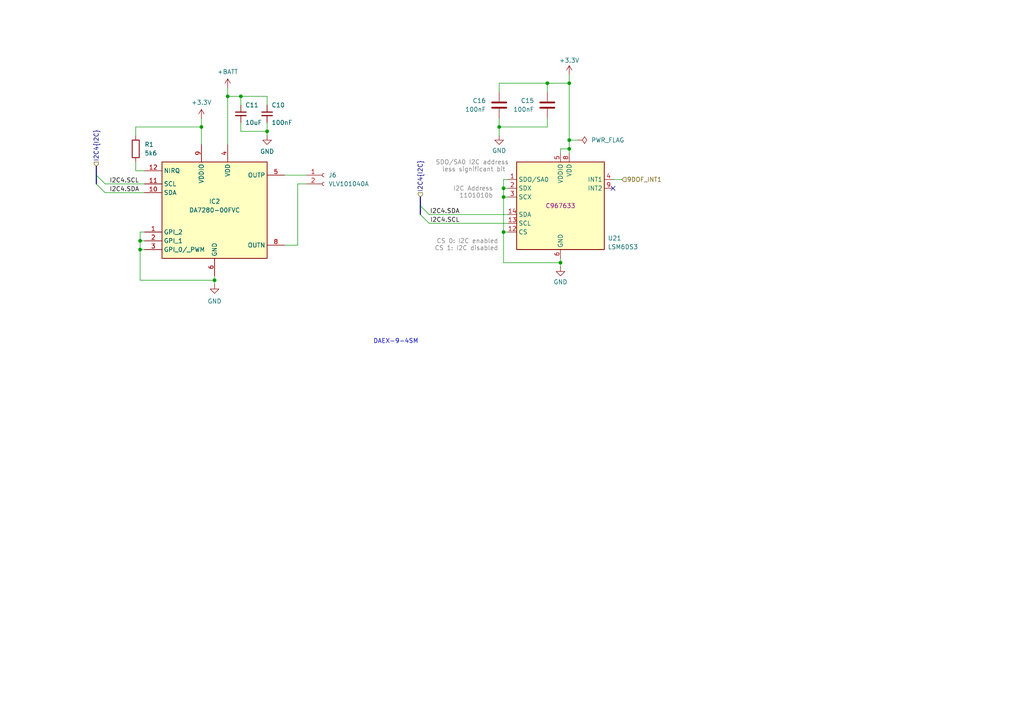
<source format=kicad_sch>
(kicad_sch (version 20250114) (generator "eeschema") (generator_version "9.0")
  (paper "A4")
  (lib_symbols
    (symbol "Connector:Conn_01x02_Socket" (pin_names (offset 1.016) (hide yes))
      (property "Reference" "J" (at 0 2.54 0))
      (property "Value" "Conn_01x02_Socket" (at 0 -5.08 0))
      (symbol "Conn_01x02_Socket_1_1"
        (polyline (pts (xy -1.27 0) (xy -0.508 0)) (stroke (width 0.1524)))
        (polyline (pts (xy -1.27 -2.54) (xy -0.508 -2.54)) (stroke (width 0.1524)))
        (arc (start 0 -0.508) (mid -0.5058 0) (end 0 0.508) (stroke (width 0.1524)))
        (arc (start 0 -3.048) (mid -0.5058 -2.54) (end 0 -2.032) (stroke (width 0.1524)))
        (pin passive line (at -5.08 0 0) (length 3.81) (name "Pin_1") (number "1"))
        (pin passive line (at -5.08 -2.54 0) (length 3.81) (name "Pin_2") (number "2"))
      )
    )
    (symbol "Device:C" (pin_numbers (hide yes)) (pin_names (offset 0.254))
      (property "Reference" "C" (at 0.635 2.54 0))
      (property "Value" "C" (at 0.635 -2.54 0))
      (symbol "C_0_1"
        (polyline (pts (xy -2.032 0.762) (xy 2.032 0.762)) (stroke (width 0.508)))
        (polyline (pts (xy -2.032 -0.762) (xy 2.032 -0.762)) (stroke (width 0.508)))
      )
      (symbol "C_1_1"
        (pin passive line (at 0 3.81 270) (length 2.794) (name "~") (number "1"))
        (pin passive line (at 0 -3.81 90) (length 2.794) (name "~") (number "2"))
      )
    )
    (symbol "Device:C_Small" (pin_numbers (hide yes)) (pin_names (offset 0.254) (hide yes))
      (property "Reference" "C" (at 0.254 1.778 0))
      (property "Value" "C_Small" (at 0.254 -2.032 0))
      (symbol "C_Small_0_1"
        (polyline (pts (xy -1.524 0.508) (xy 1.524 0.508)) (stroke (width 0.3048)))
        (polyline (pts (xy -1.524 -0.508) (xy 1.524 -0.508)) (stroke (width 0.3302)))
      )
      (symbol "C_Small_1_1"
        (pin passive line (at 0 2.54 270) (length 2.032) (name "~") (number "1"))
        (pin passive line (at 0 -2.54 90) (length 2.032) (name "~") (number "2"))
      )
    )
    (symbol "Device:R" (pin_numbers (hide yes)) (pin_names (offset 0))
      (property "Reference" "R" (at 2.032 0 90))
      (property "Value" "R" (at 0 0 90))
      (symbol "R_0_1"
        (rectangle (start -1.016 -2.54) (end 1.016 2.54) (stroke (width 0.254)))
      )
      (symbol "R_1_1"
        (pin passive line (at 0 3.81 270) (length 1.27) (name "~") (number "1"))
        (pin passive line (at 0 -3.81 90) (length 1.27) (name "~") (number "2"))
      )
    )
    (symbol "Sensor_Motion:LSM6DS3"
      (property "Reference" "U" (at -11.43 15.24 0))
      (property "Value" "LSM6DS3" (at -11.43 12.7 0))
      (symbol "LSM6DS3_0_1"
        (rectangle (start -12.7 12.7) (end 12.7 -12.7) (stroke (width 0.254)) (fill (type background)))
      )
      (symbol "LSM6DS3_1_1"
        (pin bidirectional line (at -15.24 7.62 0) (length 2.54) (name "SDO/SA0") (number "1"))
        (pin bidirectional line (at -15.24 5.08 0) (length 2.54) (name "SDX") (number "2"))
        (pin input line (at -15.24 2.54 0) (length 2.54) (name "SCX") (number "3"))
        (pin bidirectional line (at -15.24 -2.54 0) (length 2.54) (name "SDA") (number "14"))
        (pin input line (at -15.24 -5.08 0) (length 2.54) (name "SCL") (number "13"))
        (pin input line (at -15.24 -7.62 0) (length 2.54) (name "CS") (number "12"))
        (pin power_in line (at 0 15.24 270) (length 2.54) (name "VDDIO") (number "5"))
        (pin power_in line (at 0 -15.24 90) (length 2.54) (name "GND") (number "6"))
        (pin passive line (at 0 -15.24 90) (length 2.54) (hide yes) (name "GND") (number "7"))
        (pin power_in line (at 2.54 15.24 270) (length 2.54) (name "VDD") (number "8"))
        (pin no_connect line (at 12.7 -2.54 180) (length 3.81) (hide yes) (name "NC") (number "11"))
        (pin no_connect line (at 12.7 -5.08 180) (length 3.81) (hide yes) (name "NC") (number "10"))
        (pin output line (at 15.24 7.62 180) (length 2.54) (name "INT1") (number "4"))
        (pin output line (at 15.24 5.08 180) (length 2.54) (name "INT2") (number "9"))
      )
    )
    (symbol "pocket_synth:DA7280-00FVC"
      (property "Reference" "IC" (at 16.51 17.78 0))
      (property "Value" "DA7280-00FVC" (at 16.51 15.24 0))
      (symbol "DA7280-00FVC_1_1"
        (rectangle (start -15.24 12.7) (end 15.24 -15.24) (stroke (width 0.254)) (fill (type background)))
        (pin passive line (at -20.32 10.16 0) (length 5.08) (name "NIRQ") (number "12"))
        (pin passive line (at -20.32 6.35 0) (length 5.08) (name "SCL") (number "11"))
        (pin passive line (at -20.32 3.81 0) (length 5.08) (name "SDA") (number "10"))
        (pin passive line (at -20.32 -7.62 0) (length 5.08) (name "GPI_2") (number "1"))
        (pin passive line (at -20.32 -10.16 0) (length 5.08) (name "GPI_1") (number "2"))
        (pin passive line (at -20.32 -12.7 0) (length 5.08) (name "GPI_0/_PWM") (number "3"))
        (pin passive line (at -3.81 17.78 270) (length 5.08) (name "VDDIO") (number "9"))
        (pin passive line (at 0 -20.32 90) (length 5.08) (name "GND") (number "6"))
        (pin passive line (at 0 -20.32 90) (length 5.08) (hide yes) (name "GND_2") (number "7"))
        (pin passive line (at 3.81 17.78 270) (length 5.08) (name "VDD") (number "4"))
        (pin passive line (at 20.32 8.89 180) (length 5.08) (name "OUTP") (number "5"))
        (pin passive line (at 20.32 -11.43 180) (length 5.08) (name "OUTN") (number "8"))
      )
    )
    (symbol "power:+3.3V" (power) (pin_numbers (hide yes)) (pin_names (offset 0) (hide yes))
      (property "Value" "+3.3V" (at 0 3.556 0))
      (symbol "+3.3V_0_1"
        (polyline (pts (xy -0.762 1.27) (xy 0 2.54)))
        (polyline (pts (xy 0 2.54) (xy 0.762 1.27)))
        (polyline (pts (xy 0 0) (xy 0 2.54)))
      )
      (symbol "+3.3V_1_1"
        (pin power_in line (at 0 0 90) (length 0) (name "~") (number "1"))
      )
    )
    (symbol "power:+BATT" (power) (pin_numbers (hide yes)) (pin_names (offset 0) (hide yes))
      (property "Value" "+BATT" (at 0 3.556 0))
      (symbol "+BATT_0_1"
        (polyline (pts (xy -0.762 1.27) (xy 0 2.54)))
        (polyline (pts (xy 0 2.54) (xy 0.762 1.27)))
        (polyline (pts (xy 0 0) (xy 0 2.54)))
      )
      (symbol "+BATT_1_1"
        (pin power_in line (at 0 0 90) (length 0) (name "~") (number "1"))
      )
    )
    (symbol "power:GND" (power) (pin_numbers (hide yes)) (pin_names (offset 0) (hide yes))
      (property "Value" "GND" (at 0 -3.81 0))
      (symbol "GND_0_1"
        (polyline (pts (xy 0 0) (xy 0 -1.27) (xy 1.27 -1.27) (xy 0 -2.54) (xy -1.27 -1.27) (xy 0 -1.27)))
      )
      (symbol "GND_1_1"
        (pin power_in line (at 0 0 270) (length 0) (name "~") (number "1"))
      )
    )
    (symbol "power:PWR_FLAG" (power) (pin_numbers (hide yes)) (pin_names (offset 0) (hide yes))
      (property "Value" "PWR_FLAG" (at 0 3.81 0))
      (symbol "PWR_FLAG_0_0"
        (pin power_out line (at 0 0 90) (length 0) (name "~") (number "1"))
      )
      (symbol "PWR_FLAG_0_1"
        (polyline (pts (xy 0 0) (xy 0 1.27) (xy -1.016 1.905) (xy 0 2.54) (xy 1.016 1.905) (xy 0 1.27)))
      )
    )
  )
  (text "CS 0: I2C enabled\nCS 1: I2C disabled" (at 144.526 71.12 0) (effects (font (size 1.27 1.27)) (justify right)))
  (text "DAEX-9-4SM" (at 114.808 99.06 0) (effects (font (size 1.27 1.27))))
  (text "I2C Address\n 1101010b" (at 143.002 55.88 0) (effects (font (size 1.27 1.27)) (justify right)))
  (text "SDO/SA0 I2C address\nless significant bit " (at 147.574 48.26 0) (effects (font (size 1.27 1.27)) (justify right)))
  (junction (at 146.05 54.61))
  (junction (at 62.23 81.28))
  (junction (at 66.04 27.94))
  (junction (at 158.75 24.13))
  (junction (at 69.85 27.94))
  (junction (at 40.64 69.85))
  (junction (at 40.64 72.39))
  (junction (at 165.1 43.18))
  (junction (at 144.78 36.83))
  (junction (at 146.05 67.31))
  (junction (at 165.1 24.13))
  (junction (at 58.42 36.83))
  (junction (at 77.47 38.1))
  (junction (at 146.05 57.15))
  (junction (at 162.56 76.2))
  (junction (at 165.1 40.64))
  (no_connect (at 177.8 54.61))
  (bus_entry (at 124.46 64.77) (size -2.54 -2.54))
  (bus_entry (at 30.48 55.88) (size -2.54 -2.54))
  (bus_entry (at 124.46 62.23) (size -2.54 -2.54))
  (bus_entry (at 30.48 53.34) (size -2.54 -2.54))
  (wire (pts (xy 82.55 71.12) (xy 86.36 71.12)))
  (wire (pts (xy 146.05 67.31) (xy 146.05 76.2)))
  (wire (pts (xy 146.05 54.61) (xy 146.05 57.15)))
  (wire (pts (xy 162.56 44.45) (xy 162.56 43.18)))
  (wire (pts (xy 40.64 72.39) (xy 41.91 72.39)))
  (wire (pts (xy 167.64 40.64) (xy 165.1 40.64)))
  (wire (pts (xy 146.05 52.07) (xy 146.05 54.61)))
  (wire (pts (xy 165.1 24.13) (xy 165.1 40.64)))
  (wire (pts (xy 77.47 38.1) (xy 77.47 39.37)))
  (wire (pts (xy 86.36 53.34) (xy 88.9 53.34)))
  (wire (pts (xy 30.48 53.34) (xy 41.91 53.34)))
  (wire (pts (xy 177.8 52.07) (xy 180.34 52.07)))
  (wire (pts (xy 165.1 43.18) (xy 165.1 44.45)))
  (wire (pts (xy 144.78 24.13) (xy 144.78 26.67)))
  (wire (pts (xy 39.37 36.83) (xy 58.42 36.83)))
  (wire (pts (xy 66.04 27.94) (xy 66.04 41.91)))
  (wire (pts (xy 144.78 36.83) (xy 144.78 39.37)))
  (wire (pts (xy 58.42 34.29) (xy 58.42 36.83)))
  (wire (pts (xy 146.05 57.15) (xy 146.05 67.31)))
  (wire (pts (xy 40.64 81.28) (xy 62.23 81.28)))
  (wire (pts (xy 86.36 71.12) (xy 86.36 53.34)))
  (wire (pts (xy 147.32 64.77) (xy 124.46 64.77)))
  (wire (pts (xy 69.85 27.94) (xy 77.47 27.94)))
  (wire (pts (xy 30.48 55.88) (xy 41.91 55.88)))
  (wire (pts (xy 58.42 36.83) (xy 58.42 41.91)))
  (wire (pts (xy 62.23 80.01) (xy 62.23 81.28)))
  (wire (pts (xy 39.37 49.53) (xy 41.91 49.53)))
  (wire (pts (xy 39.37 36.83) (xy 39.37 39.37)))
  (wire (pts (xy 82.55 50.8) (xy 88.9 50.8)))
  (bus (pts (xy 27.94 48.26) (xy 27.94 50.8)))
  (wire (pts (xy 146.05 54.61) (xy 147.32 54.61)))
  (wire (pts (xy 162.56 74.93) (xy 162.56 76.2)))
  (wire (pts (xy 144.78 36.83) (xy 158.75 36.83)))
  (wire (pts (xy 62.23 81.28) (xy 62.23 82.55)))
  (wire (pts (xy 165.1 24.13) (xy 158.75 24.13)))
  (wire (pts (xy 41.91 67.31) (xy 40.64 67.31)))
  (wire (pts (xy 165.1 21.59) (xy 165.1 24.13)))
  (wire (pts (xy 158.75 34.29) (xy 158.75 36.83)))
  (bus (pts (xy 121.92 57.15) (xy 121.92 59.69)))
  (wire (pts (xy 146.05 57.15) (xy 147.32 57.15)))
  (wire (pts (xy 69.85 38.1) (xy 77.47 38.1)))
  (wire (pts (xy 39.37 46.99) (xy 39.37 49.53)))
  (wire (pts (xy 40.64 67.31) (xy 40.64 69.85)))
  (wire (pts (xy 40.64 69.85) (xy 41.91 69.85)))
  (wire (pts (xy 146.05 76.2) (xy 162.56 76.2)))
  (wire (pts (xy 69.85 27.94) (xy 69.85 30.48)))
  (wire (pts (xy 77.47 27.94) (xy 77.47 30.48)))
  (wire (pts (xy 147.32 67.31) (xy 146.05 67.31)))
  (wire (pts (xy 69.85 35.56) (xy 69.85 38.1)))
  (wire (pts (xy 66.04 25.4) (xy 66.04 27.94)))
  (wire (pts (xy 144.78 34.29) (xy 144.78 36.83)))
  (wire (pts (xy 147.32 52.07) (xy 146.05 52.07)))
  (wire (pts (xy 158.75 24.13) (xy 158.75 26.67)))
  (wire (pts (xy 40.64 69.85) (xy 40.64 72.39)))
  (wire (pts (xy 77.47 35.56) (xy 77.47 38.1)))
  (wire (pts (xy 66.04 27.94) (xy 69.85 27.94)))
  (bus (pts (xy 27.94 50.8) (xy 27.94 53.34)))
  (wire (pts (xy 40.64 72.39) (xy 40.64 81.28)))
  (wire (pts (xy 162.56 76.2) (xy 162.56 77.47)))
  (wire (pts (xy 147.32 62.23) (xy 124.46 62.23)))
  (wire (pts (xy 158.75 24.13) (xy 144.78 24.13)))
  (wire (pts (xy 165.1 40.64) (xy 165.1 43.18)))
  (bus (pts (xy 121.92 59.69) (xy 121.92 62.23)))
  (wire (pts (xy 162.56 43.18) (xy 165.1 43.18)))
  (label "I2C4.SCL" (at 31.75 53.34 0))
  (label "I2C4.SDA" (at 133.35 62.23 180))
  (label "I2C4.SDA" (at 31.75 55.88 0))
  (label "I2C4.SCL" (at 133.35 64.77 180))
  (hierarchical_label "I2C4{I2C}" (shape input) (at 121.92 57.15 90))
  (hierarchical_label "I2C4{I2C}" (shape input) (at 27.94 48.26 90))
  (hierarchical_label "9DOF_INT1" (shape input) (at 180.34 52.07 0))
  (symbol (lib_id "Device:R") (at 39.37 43.18 0) (unit 1)
    (property "Reference" "R1" (at 41.91 41.9099 0) (effects (justify left)))
    (property "Value" "5k6" (at 41.91 44.4499 0) (effects (justify left)))
    (property "Footprint" "Resistor_SMD:R_0603_1608Metric" (effects (hide yes)))
    (property "Description" "Resistor" (effects (hide yes)))
  )
  (symbol (lib_id "power:+3.3V") (at 58.42 34.29 0) (unit 1)
    (property "Reference" "#PWR013" (effects (hide yes)))
    (property "Value" "+3.3V" (at 58.42 29.718 0))
    (property "Description" "Power symbol creates a global label with name \"+3.3V\"" (effects (hide yes)))
  )
  (symbol (lib_id "Device:C") (at 144.78 30.48 0) (mirror y) (unit 1)
    (property "Reference" "C16" (at 140.97 29.2099 0) (effects (justify left)))
    (property "Value" "100nF" (at 140.97 31.7499 0) (effects (justify left)))
    (property "Footprint" "Capacitor_SMD:C_0603_1608Metric" (effects (hide yes)))
    (property "Description" "Unpolarized capacitor" (effects (hide yes)))
  )
  (symbol (lib_id "pocket_synth:DA7280-00FVC") (at 62.23 59.69 0) (unit 1)
    (property "Reference" "IC2" (at 62.23 58.42 0))
    (property "Value" "DA7280-00FVC" (at 62.23 60.96 0))
    (property "Footprint" "pocket_synth:DA7280-00FVC" (effects (hide yes)))
    (property "Datasheet" "https://www.renesas.com/en/document/dst/da7280-datasheet?language=en&utm_nooverride=1" (effects (hide yes)))
    (property "Description" "Motor / Motion / Ignition Controllers & Drivers Haptic Driver ICLRA/ERM Haptic Driver with Multiple Input Triggers, Integrated Waveform Memory and Wideband Support" (effects (hide yes)))
    (property "Height" "0.84" (effects (hide yes)))
    (property "Mouser Part Number" "724-DA7280-00FVC" (effects (hide yes)))
    (property "Mouser Price/Stock" "https://www.mouser.co.uk/ProductDetail/Renesas-Dialog/DA7280-00FVC?qs=byeeYqUIh0PDtQ9ScBbgLA%3D%3D" (effects (hide yes)))
    (property "Manufacturer_Name" "Renesas Electronics" (effects (hide yes)))
    (property "Manufacturer_Part_Number" "DA7280-00FVC" (effects (hide yes)))
    (property "JLC" "C2155359" (effects (hide yes)))
  )
  (symbol (lib_id "Sensor_Motion:LSM6DS3") (at 162.56 59.69 0) (unit 1)
    (property "Reference" "U21" (at 176.276 69.088 0) (effects (justify left)))
    (property "Value" "LSM6DS3" (at 176.276 71.628 0) (effects (justify left)))
    (property "Footprint" "Package_LGA:LGA-14_3x2.5mm_P0.5mm_LayoutBorder3x4y" (effects (hide yes)))
    (property "Datasheet" "https://www.st.com/resource/en/datasheet/lsm6ds3tr-c.pdf" (effects (hide yes)))
    (property "Description" "I2C/SPI, iNEMO inertial module: always-on 3D accelerometer and 3D gyroscope" (effects (hide yes)))
    (property "JLC" "C967633" (at 162.56 59.69 0))
  )
  (symbol (lib_id "power:+3.3V") (at 165.1 21.59 0) (unit 1)
    (property "Reference" "#PWR0102" (effects (hide yes)))
    (property "Value" "+3.3V" (at 165.1 17.526 0))
    (property "Description" "Power symbol creates a global label with name \"+3.3V\"" (effects (hide yes)))
  )
  (symbol (lib_id "power:GND") (at 62.23 82.55 0) (unit 1)
    (property "Reference" "#PWR023" (effects (hide yes)))
    (property "Value" "GND" (at 62.23 87.376 0))
    (property "Description" "Power symbol creates a global label with name \"GND\" , ground" (effects (hide yes)))
  )
  (symbol (lib_id "Device:C_Small") (at 77.47 33.02 0) (mirror y) (unit 1)
    (property "Reference" "C10" (at 78.74 30.48 0) (effects (justify right)))
    (property "Value" "100nF" (at 78.74 35.56 0) (effects (justify right)))
    (property "Footprint" "Capacitor_SMD:C_0603_1608Metric" (effects (hide yes)))
    (property "Description" "Unpolarized capacitor, small symbol" (effects (hide yes)))
  )
  (symbol (lib_id "power:PWR_FLAG") (at 167.64 40.64 270) (mirror x) (unit 1)
    (property "Reference" "#FLG08" (effects (hide yes)))
    (property "Value" "PWR_FLAG" (at 171.45 40.6399 90) (effects (justify left)))
    (property "Description" "Special symbol for telling ERC where power comes from" (effects (hide yes)))
  )
  (symbol (lib_id "power:+BATT") (at 66.04 25.4 0) (mirror y) (unit 1)
    (property "Reference" "#PWR020" (effects (hide yes)))
    (property "Value" "+BATT" (at 66.04 20.828 0))
    (property "Description" "Power symbol creates a global label with name \"+BATT\"" (effects (hide yes)))
  )
  (symbol (lib_id "power:GND") (at 77.47 39.37 0) (mirror y) (unit 1)
    (property "Reference" "#PWR024" (effects (hide yes)))
    (property "Value" "GND" (at 77.47 43.942 0))
    (property "Description" "Power symbol creates a global label with name \"GND\" , ground" (effects (hide yes)))
  )
  (symbol (lib_id "Device:C") (at 158.75 30.48 0) (mirror y) (unit 1)
    (property "Reference" "C15" (at 154.94 29.2099 0) (effects (justify left)))
    (property "Value" "100nF" (at 154.94 31.7499 0) (effects (justify left)))
    (property "Footprint" "Capacitor_SMD:C_0603_1608Metric" (effects (hide yes)))
    (property "Description" "Unpolarized capacitor" (effects (hide yes)))
  )
  (symbol (lib_id "Device:C_Small") (at 69.85 33.02 0) (mirror y) (unit 1)
    (property "Reference" "C11" (at 71.12 30.48 0) (effects (justify right)))
    (property "Value" "10uF" (at 71.12 35.56 0) (effects (justify right)))
    (property "Description" "Unpolarized capacitor, small symbol" (effects (hide yes)))
  )
  (symbol (lib_id "Connector:Conn_01x02_Socket") (at 93.98 50.8 0) (unit 1)
    (property "Reference" "J6" (at 95.25 50.7999 0) (effects (justify left)))
    (property "Value" "VLV101040A" (at 95.25 53.3399 0) (effects (justify left)))
    (property "Footprint" "pocket_synth:825-22-002-10-001101" (effects (hide yes)))
    (property "Description" "Generic connector, single row, 01x02, script generated" (effects (hide yes)))
  )
  (symbol (lib_id "power:GND") (at 162.56 77.47 0) (unit 1)
    (property "Reference" "#PWR0101" (effects (hide yes)))
    (property "Value" "GND" (at 162.56 81.788 0))
    (property "Description" "Power symbol creates a global label with name \"GND\" , ground" (effects (hide yes)))
  )
  (symbol (lib_id "power:GND") (at 144.78 39.37 0) (unit 1)
    (property "Reference" "#PWR0108" (effects (hide yes)))
    (property "Value" "GND" (at 144.78 43.688 0))
    (property "Description" "Power symbol creates a global label with name \"GND\" , ground" (effects (hide yes)))
  )
)
</source>
